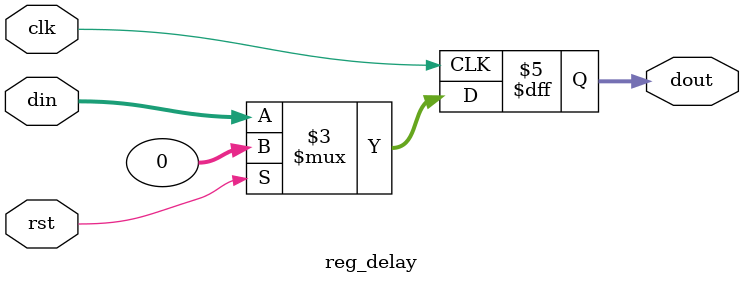
<source format=v>
module reg_delay 
(
	clk,
	rst,
	din,
	dout
);

parameter 		WIDTH = 32;

input 					clk;
input					rst;
input	[WIDTH-1:0]		din;
output 	[WIDTH-1:0]		dout;

reg 	[WIDTH-1:0]		dout;

always @(posedge clk)
begin
	if(rst)
		dout	<= 0;
	else
		dout	<=	din;
end
endmodule

</source>
